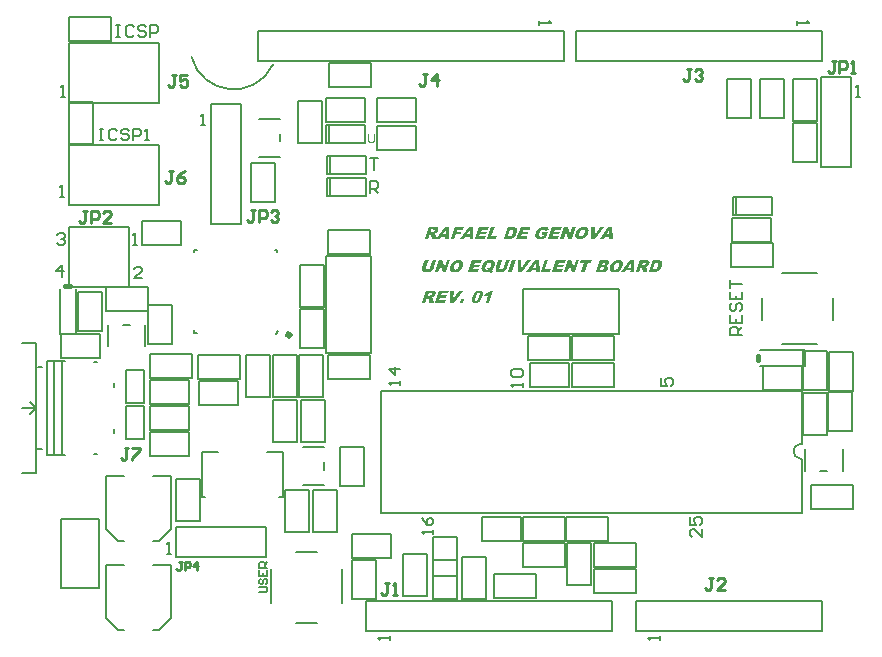
<source format=gto>
G04*
G04 #@! TF.GenerationSoftware,Altium Limited,Altium Designer,20.1.14 (287)*
G04*
G04 Layer_Color=65535*
%FSLAX44Y44*%
%MOMM*%
G71*
G04*
G04 #@! TF.SameCoordinates,62FEBE6E-F3EC-4242-810F-CB492347D0CA*
G04*
G04*
G04 #@! TF.FilePolarity,Positive*
G04*
G01*
G75*
%ADD10C,0.2000*%
%ADD11C,0.5000*%
%ADD12C,0.4000*%
%ADD13C,0.1000*%
%ADD14C,0.2540*%
G36*
X339085Y290244D02*
X335671D01*
X335281Y300387D01*
X338558D01*
X338383Y293072D01*
X343104Y300387D01*
X346283D01*
X339085Y290244D01*
D02*
G37*
G36*
X368697D02*
X365849D01*
X368131Y296993D01*
X368092Y296973D01*
X367995Y296915D01*
X367819Y296817D01*
X367605Y296681D01*
X367351Y296544D01*
X367078Y296408D01*
X366512Y296135D01*
X366473Y296115D01*
X366376Y296076D01*
X366220Y296018D01*
X366005Y295940D01*
X365732Y295842D01*
X365420Y295745D01*
X365069Y295647D01*
X364679Y295530D01*
X365459Y297832D01*
X365478D01*
X365537Y297851D01*
X365615Y297871D01*
X365732Y297910D01*
X365868Y297949D01*
X366025Y298007D01*
X366395Y298144D01*
X366805Y298300D01*
X367234Y298476D01*
X367663Y298690D01*
X368073Y298924D01*
X368092D01*
X368112Y298963D01*
X368170Y298983D01*
X368248Y299041D01*
X368443Y299178D01*
X368677Y299373D01*
X368951Y299607D01*
X369263Y299900D01*
X369575Y300212D01*
X369868Y300563D01*
X372189D01*
X368697Y290244D01*
D02*
G37*
G36*
X346712D02*
X343708D01*
X344664Y293072D01*
X347668D01*
X346712Y290244D01*
D02*
G37*
G36*
X333740Y298222D02*
X328493D01*
X327927Y296603D01*
X332804D01*
X332102Y294535D01*
X327225D01*
X326562Y292545D01*
X331965D01*
X331185Y290244D01*
X322641D01*
X326074Y300387D01*
X334462D01*
X333740Y298222D01*
D02*
G37*
G36*
X320826Y300368D02*
X321138Y300348D01*
X321490Y300329D01*
X321841Y300290D01*
X322172Y300212D01*
X322465Y300134D01*
X322504Y300114D01*
X322582Y300075D01*
X322699Y300017D01*
X322836Y299919D01*
X322992Y299802D01*
X323148Y299627D01*
X323284Y299431D01*
X323382Y299197D01*
X323401Y299158D01*
X323421Y299080D01*
X323440Y298944D01*
X323460Y298749D01*
X323479Y298515D01*
X323460Y298222D01*
X323401Y297910D01*
X323304Y297559D01*
X323284Y297520D01*
X323245Y297422D01*
X323187Y297266D01*
X323089Y297071D01*
X322972Y296837D01*
X322816Y296583D01*
X322641Y296330D01*
X322445Y296096D01*
X322426Y296076D01*
X322348Y295998D01*
X322231Y295881D01*
X322075Y295745D01*
X321880Y295588D01*
X321646Y295413D01*
X321392Y295257D01*
X321119Y295101D01*
X321100D01*
X321041Y295062D01*
X320924Y295023D01*
X320787Y294964D01*
X320592Y294906D01*
X320378Y294847D01*
X320144Y294769D01*
X319870Y294711D01*
X319890D01*
X319949Y294672D01*
X320027Y294633D01*
X320144Y294594D01*
X320358Y294477D01*
X320475Y294399D01*
X320553Y294340D01*
X320573Y294321D01*
X320651Y294223D01*
X320690Y294145D01*
X320748Y294048D01*
X320807Y293930D01*
X320865Y293794D01*
Y293774D01*
X320904Y293735D01*
X320924Y293657D01*
X320963Y293560D01*
X321041Y293365D01*
X321100Y293170D01*
X321646Y290244D01*
X318095D01*
X317452Y293326D01*
Y293345D01*
X317432Y293423D01*
X317413Y293521D01*
X317374Y293657D01*
X317296Y293911D01*
X317237Y294028D01*
X317159Y294106D01*
X317139Y294125D01*
X317120Y294145D01*
X317062Y294184D01*
X316984Y294242D01*
X316886Y294282D01*
X316749Y294321D01*
X316613Y294340D01*
X316457Y294360D01*
X316184D01*
X314799Y290244D01*
X311658D01*
X315091Y300387D01*
X320670D01*
X320826Y300368D01*
D02*
G37*
G36*
X360933Y300543D02*
X361167Y300524D01*
X361421Y300504D01*
X361674Y300465D01*
X361928Y300387D01*
X362162Y300309D01*
X362182Y300290D01*
X362260Y300270D01*
X362357Y300212D01*
X362494Y300134D01*
X362767Y299919D01*
X362903Y299802D01*
X363021Y299646D01*
X363040Y299627D01*
X363060Y299568D01*
X363118Y299490D01*
X363176Y299392D01*
X363235Y299256D01*
X363294Y299119D01*
X363372Y298788D01*
Y298768D01*
X363391Y298710D01*
Y298612D01*
X363411Y298495D01*
X363430Y298339D01*
Y298164D01*
Y297968D01*
X363411Y297754D01*
Y297734D01*
Y297695D01*
X363391Y297637D01*
Y297559D01*
X363372Y297461D01*
X363352Y297325D01*
X363313Y297032D01*
X363235Y296681D01*
X363157Y296271D01*
X363040Y295842D01*
X362884Y295374D01*
X362864Y295335D01*
X362845Y295257D01*
X362786Y295120D01*
X362708Y294925D01*
X362630Y294691D01*
X362513Y294438D01*
X362396Y294145D01*
X362240Y293833D01*
X361908Y293189D01*
X361518Y292506D01*
X361304Y292194D01*
X361070Y291882D01*
X360836Y291590D01*
X360582Y291336D01*
X360563Y291317D01*
X360523Y291277D01*
X360446Y291219D01*
X360328Y291141D01*
X360192Y291043D01*
X360036Y290926D01*
X359841Y290829D01*
X359607Y290712D01*
X359373Y290575D01*
X359100Y290478D01*
X358787Y290361D01*
X358475Y290263D01*
X358124Y290185D01*
X357753Y290126D01*
X357344Y290088D01*
X356934Y290068D01*
X356720D01*
X356505Y290088D01*
X356212Y290126D01*
X355900Y290166D01*
X355588Y290224D01*
X355276Y290322D01*
X355003Y290458D01*
X354983Y290478D01*
X354906Y290536D01*
X354788Y290634D01*
X354652Y290770D01*
X354515Y290926D01*
X354359Y291141D01*
X354223Y291395D01*
X354125Y291668D01*
Y291687D01*
X354106Y291765D01*
X354086Y291902D01*
X354047Y292077D01*
X354028Y292292D01*
Y292545D01*
Y292857D01*
X354067Y293189D01*
Y293209D01*
Y293228D01*
X354086Y293287D01*
Y293365D01*
X354125Y293560D01*
X354184Y293833D01*
X354262Y294145D01*
X354359Y294516D01*
X354476Y294925D01*
X354613Y295354D01*
X354632Y295394D01*
X354652Y295491D01*
X354710Y295628D01*
X354788Y295823D01*
X354886Y296057D01*
X355003Y296330D01*
X355120Y296622D01*
X355276Y296935D01*
X355627Y297617D01*
X356037Y298281D01*
X356271Y298593D01*
X356505Y298885D01*
X356759Y299158D01*
X357012Y299392D01*
X357032Y299412D01*
X357071Y299451D01*
X357168Y299510D01*
X357266Y299568D01*
X357422Y299666D01*
X357578Y299763D01*
X357773Y299861D01*
X358007Y299978D01*
X358241Y300095D01*
X358514Y300192D01*
X358807Y300290D01*
X359119Y300387D01*
X359470Y300446D01*
X359821Y300504D01*
X360192Y300543D01*
X360582Y300563D01*
X360758D01*
X360933Y300543D01*
D02*
G37*
G36*
X441781Y316151D02*
X438836D01*
X436924Y321730D01*
X435032Y316151D01*
X432086D01*
X435520Y326295D01*
X438446D01*
X440357Y320657D01*
X442269Y326295D01*
X445215D01*
X441781Y316151D01*
D02*
G37*
G36*
X332405Y316151D02*
X329459D01*
X327547Y321730D01*
X325655Y316151D01*
X322710D01*
X326143Y326295D01*
X329069D01*
X330980Y320657D01*
X332892Y326295D01*
X335838D01*
X332405Y316151D01*
D02*
G37*
G36*
X396583Y316151D02*
X393170D01*
X392779Y326295D01*
X396057D01*
X395881Y318979D01*
X400602Y326295D01*
X403781D01*
X396583Y316151D01*
D02*
G37*
G36*
X384157Y320247D02*
X384138Y320208D01*
X384099Y320091D01*
X384021Y319916D01*
X383943Y319701D01*
X383806Y319448D01*
X383670Y319155D01*
X383494Y318862D01*
X383299Y318550D01*
X383279Y318511D01*
X383201Y318414D01*
X383084Y318258D01*
X382928Y318082D01*
X382733Y317848D01*
X382499Y317614D01*
X382245Y317380D01*
X381953Y317146D01*
X381914Y317126D01*
X381816Y317048D01*
X381660Y316951D01*
X381465Y316814D01*
X381231Y316678D01*
X380958Y316541D01*
X380685Y316404D01*
X380412Y316307D01*
X380392D01*
X380373Y316287D01*
X380314Y316268D01*
X380236Y316248D01*
X380139Y316229D01*
X380022Y316210D01*
X379729Y316151D01*
X379397Y316073D01*
X378988Y316034D01*
X378559Y315995D01*
X378090Y315975D01*
X377817D01*
X377622Y315995D01*
X377388D01*
X377115Y316014D01*
X376822Y316034D01*
X376510Y316073D01*
X376471D01*
X376374Y316092D01*
X376218Y316112D01*
X376023Y316170D01*
X375828Y316210D01*
X375593Y316287D01*
X375379Y316385D01*
X375184Y316483D01*
X375164Y316502D01*
X375106Y316541D01*
X375028Y316619D01*
X374911Y316717D01*
X374794Y316834D01*
X374657Y316990D01*
X374540Y317165D01*
X374423Y317360D01*
X374403Y317380D01*
X374384Y317458D01*
X374325Y317575D01*
X374286Y317712D01*
X374228Y317887D01*
X374189Y318102D01*
X374150Y318316D01*
Y318531D01*
Y318550D01*
Y318570D01*
X374170Y318687D01*
Y318882D01*
X374208Y319097D01*
X374248Y319370D01*
X374286Y319662D01*
X374365Y319955D01*
X374443Y320247D01*
X376491Y326295D01*
X379612D01*
X377505Y320091D01*
X377486Y320052D01*
X377466Y319955D01*
X377427Y319799D01*
X377408Y319623D01*
X377388Y319409D01*
X377408Y319194D01*
X377447Y318979D01*
X377525Y318784D01*
X377544Y318765D01*
X377583Y318706D01*
X377661Y318648D01*
X377778Y318570D01*
X377934Y318472D01*
X378129Y318414D01*
X378363Y318355D01*
X378656Y318336D01*
X378793D01*
X378949Y318355D01*
X379144Y318394D01*
X379358Y318453D01*
X379593Y318531D01*
X379846Y318628D01*
X380080Y318784D01*
X380100Y318804D01*
X380178Y318862D01*
X380295Y318979D01*
X380431Y319116D01*
X380568Y319311D01*
X380724Y319526D01*
X380860Y319799D01*
X380978Y320091D01*
X383084Y326295D01*
X386205Y326295D01*
X384157Y320247D01*
D02*
G37*
G36*
X322007D02*
X321988Y320208D01*
X321949Y320091D01*
X321871Y319916D01*
X321793Y319701D01*
X321656Y319448D01*
X321520Y319155D01*
X321344Y318862D01*
X321149Y318550D01*
X321129Y318511D01*
X321051Y318414D01*
X320934Y318258D01*
X320778Y318082D01*
X320583Y317848D01*
X320349Y317614D01*
X320095Y317380D01*
X319803Y317146D01*
X319764Y317126D01*
X319666Y317048D01*
X319510Y316951D01*
X319315Y316814D01*
X319081Y316678D01*
X318808Y316541D01*
X318535Y316404D01*
X318262Y316307D01*
X318242D01*
X318223Y316287D01*
X318164Y316268D01*
X318086Y316248D01*
X317989Y316229D01*
X317872Y316210D01*
X317579Y316151D01*
X317247Y316073D01*
X316838Y316034D01*
X316409Y315995D01*
X315940Y315975D01*
X315667D01*
X315472Y315995D01*
X315238D01*
X314965Y316014D01*
X314673Y316034D01*
X314360Y316073D01*
X314321D01*
X314224Y316092D01*
X314068Y316112D01*
X313873Y316170D01*
X313678Y316210D01*
X313444Y316287D01*
X313229Y316385D01*
X313034Y316483D01*
X313014Y316502D01*
X312956Y316541D01*
X312878Y316619D01*
X312761Y316717D01*
X312644Y316834D01*
X312507Y316990D01*
X312390Y317165D01*
X312273Y317360D01*
X312254Y317380D01*
X312234Y317458D01*
X312176Y317575D01*
X312137Y317712D01*
X312078Y317887D01*
X312039Y318102D01*
X312000Y318316D01*
Y318531D01*
Y318550D01*
Y318570D01*
X312020Y318687D01*
Y318882D01*
X312059Y319097D01*
X312097Y319370D01*
X312137Y319662D01*
X312215Y319955D01*
X312293Y320247D01*
X314341Y326295D01*
X317462D01*
X315355Y320091D01*
X315336Y320052D01*
X315316Y319955D01*
X315277Y319799D01*
X315258Y319623D01*
X315238Y319409D01*
X315258Y319194D01*
X315297Y318979D01*
X315375Y318784D01*
X315394Y318765D01*
X315433Y318706D01*
X315511Y318648D01*
X315628Y318570D01*
X315784Y318472D01*
X315979Y318414D01*
X316214Y318355D01*
X316506Y318336D01*
X316643D01*
X316799Y318355D01*
X316994Y318394D01*
X317208Y318453D01*
X317442Y318531D01*
X317696Y318628D01*
X317930Y318784D01*
X317950Y318804D01*
X318028Y318862D01*
X318145Y318979D01*
X318281Y319116D01*
X318418Y319311D01*
X318574Y319526D01*
X318710Y319799D01*
X318827Y320091D01*
X320934Y326295D01*
X324055D01*
X322007Y320247D01*
D02*
G37*
G36*
X512163Y326275D02*
X512280D01*
X512593Y326256D01*
X512944Y326197D01*
X513295Y326139D01*
X513626Y326041D01*
X513919Y325905D01*
X513958Y325885D01*
X514036Y325846D01*
X514173Y325748D01*
X514329Y325631D01*
X514485Y325475D01*
X514660Y325300D01*
X514816Y325085D01*
X514953Y324832D01*
X514972Y324793D01*
X514992Y324715D01*
X515051Y324559D01*
X515109Y324383D01*
X515148Y324129D01*
X515187Y323856D01*
X515206Y323544D01*
Y323213D01*
Y323193D01*
Y323173D01*
X515187Y323056D01*
X515168Y322861D01*
X515129Y322608D01*
X515070Y322315D01*
X514992Y321984D01*
X514894Y321632D01*
X514777Y321242D01*
Y321223D01*
X514758Y321164D01*
X514719Y321086D01*
X514680Y320969D01*
X514621Y320833D01*
X514563Y320677D01*
X514426Y320326D01*
X514231Y319916D01*
X514036Y319506D01*
X513802Y319097D01*
X513548Y318726D01*
X513509Y318687D01*
X513431Y318570D01*
X513295Y318414D01*
X513100Y318199D01*
X512885Y317965D01*
X512612Y317712D01*
X512319Y317458D01*
X512007Y317224D01*
X511968Y317204D01*
X511871Y317126D01*
X511695Y317029D01*
X511481Y316892D01*
X511227Y316756D01*
X510934Y316639D01*
X510642Y316522D01*
X510330Y316424D01*
X510310D01*
X510271Y316404D01*
X510213D01*
X510135Y316385D01*
X509920Y316346D01*
X509666Y316287D01*
X509354Y316229D01*
X509023Y316190D01*
X508691Y316171D01*
X508359Y316151D01*
X503717D01*
X507150Y326295D01*
X512046D01*
X512163Y326275D01*
D02*
G37*
G36*
X501864D02*
X502176Y326256D01*
X502527Y326236D01*
X502878Y326197D01*
X503210Y326119D01*
X503502Y326041D01*
X503541Y326022D01*
X503619Y325983D01*
X503736Y325924D01*
X503873Y325826D01*
X504029Y325709D01*
X504185Y325534D01*
X504322Y325339D01*
X504419Y325105D01*
X504439Y325066D01*
X504458Y324988D01*
X504478Y324851D01*
X504497Y324656D01*
X504517Y324422D01*
X504497Y324129D01*
X504439Y323817D01*
X504341Y323466D01*
X504322Y323427D01*
X504282Y323330D01*
X504224Y323173D01*
X504126Y322979D01*
X504009Y322744D01*
X503853Y322491D01*
X503678Y322237D01*
X503483Y322003D01*
X503463Y321984D01*
X503385Y321906D01*
X503268Y321788D01*
X503112Y321652D01*
X502917Y321496D01*
X502683Y321320D01*
X502429Y321164D01*
X502156Y321008D01*
X502137D01*
X502078Y320969D01*
X501961Y320930D01*
X501825Y320872D01*
X501629Y320813D01*
X501415Y320755D01*
X501181Y320677D01*
X500908Y320618D01*
X500927D01*
X500986Y320579D01*
X501064Y320540D01*
X501181Y320501D01*
X501395Y320384D01*
X501512Y320306D01*
X501590Y320247D01*
X501610Y320228D01*
X501688Y320130D01*
X501727Y320052D01*
X501786Y319955D01*
X501844Y319838D01*
X501903Y319701D01*
Y319682D01*
X501942Y319643D01*
X501961Y319565D01*
X502000Y319467D01*
X502078Y319272D01*
X502137Y319077D01*
X502683Y316151D01*
X499133D01*
X498489Y319233D01*
Y319253D01*
X498469Y319331D01*
X498450Y319428D01*
X498411Y319565D01*
X498333Y319818D01*
X498274Y319935D01*
X498196Y320013D01*
X498177Y320033D01*
X498157Y320052D01*
X498099Y320091D01*
X498021Y320150D01*
X497923Y320189D01*
X497787Y320228D01*
X497650Y320247D01*
X497494Y320267D01*
X497221D01*
X495836Y316151D01*
X492695D01*
X496129Y326295D01*
X501707D01*
X501864Y326275D01*
D02*
G37*
G36*
X491642Y316151D02*
X488345D01*
X488423Y317829D01*
X484873D01*
X483780Y316151D01*
X480601D01*
X487838Y326295D01*
X491271D01*
X491642Y316151D01*
D02*
G37*
G36*
X468370Y326275D02*
X468487D01*
X468623Y326256D01*
X468935Y326197D01*
X469267Y326119D01*
X469599Y325983D01*
X469891Y325807D01*
X470008Y325690D01*
X470125Y325553D01*
X470145Y325514D01*
X470203Y325417D01*
X470281Y325261D01*
X470359Y325066D01*
X470418Y324793D01*
X470438Y324500D01*
X470398Y324149D01*
X470359Y323954D01*
X470301Y323759D01*
X470281Y323720D01*
X470242Y323603D01*
X470164Y323447D01*
X470067Y323232D01*
X469911Y322998D01*
X469735Y322725D01*
X469501Y322471D01*
X469228Y322218D01*
X469208Y322198D01*
X469131Y322140D01*
X469013Y322062D01*
X468857Y321964D01*
X468682Y321867D01*
X468448Y321749D01*
X468194Y321632D01*
X467902Y321535D01*
X467921D01*
X467941Y321515D01*
X468058Y321476D01*
X468233Y321418D01*
X468428Y321320D01*
X468662Y321203D01*
X468857Y321047D01*
X469053Y320852D01*
X469189Y320638D01*
X469208Y320618D01*
X469228Y320521D01*
X469267Y320384D01*
X469306Y320189D01*
X469326Y319955D01*
X469306Y319682D01*
X469267Y319370D01*
X469170Y319018D01*
X469150Y318979D01*
X469111Y318882D01*
X469053Y318745D01*
X468955Y318550D01*
X468838Y318336D01*
X468701Y318082D01*
X468526Y317848D01*
X468311Y317595D01*
X468292Y317575D01*
X468214Y317497D01*
X468097Y317380D01*
X467941Y317243D01*
X467746Y317087D01*
X467511Y316912D01*
X467258Y316756D01*
X466985Y316619D01*
X466965D01*
X466887Y316580D01*
X466790Y316541D01*
X466634Y316483D01*
X466458Y316444D01*
X466224Y316385D01*
X465970Y316327D01*
X465678Y316287D01*
X465639D01*
X465580Y316268D01*
X465502D01*
X465307Y316248D01*
X465073Y316229D01*
X464839Y316190D01*
X464605Y316171D01*
X464390Y316151D01*
X458831D01*
X462264Y326295D01*
X468272D01*
X468370Y326275D01*
D02*
G37*
G36*
X455280Y323798D02*
X452081D01*
X449487Y316151D01*
X446346D01*
X448941Y323798D01*
X445741D01*
X446580Y326295D01*
X456119D01*
X455280Y323798D01*
D02*
G37*
G36*
X432945Y324129D02*
X427697D01*
X427132Y322510D01*
X432008D01*
X431306Y320443D01*
X426429D01*
X425766Y318453D01*
X431170D01*
X430389Y316151D01*
X421845D01*
X425278Y326295D01*
X433666D01*
X432945Y324129D01*
D02*
G37*
G36*
X416383Y318648D02*
X421260D01*
X420421Y316151D01*
X412404D01*
X415837Y326295D01*
X418978D01*
X416383Y318648D01*
D02*
G37*
G36*
X411389Y316151D02*
X408092D01*
X408171Y317829D01*
X404620D01*
X403528Y316151D01*
X400348D01*
X407585Y326295D01*
X411019D01*
X411389Y316151D01*
D02*
G37*
G36*
X388117D02*
X384976D01*
X388410Y326295D01*
X391550D01*
X388117Y316151D01*
D02*
G37*
G36*
X362114Y324129D02*
X356867D01*
X356301Y322510D01*
X361178D01*
X360475Y320443D01*
X355599D01*
X354935Y318453D01*
X360339D01*
X359559Y316151D01*
X351014D01*
X354448Y326295D01*
X362836D01*
X362114Y324129D01*
D02*
G37*
G36*
X478591Y326451D02*
X478806Y326431D01*
X479040Y326392D01*
X479294Y326353D01*
X479567Y326295D01*
X479840Y326236D01*
X480133Y326139D01*
X480425Y326022D01*
X480698Y325905D01*
X480971Y325729D01*
X481205Y325553D01*
X481420Y325339D01*
X481615Y325105D01*
X481635Y325085D01*
X481654Y325046D01*
X481693Y324968D01*
X481752Y324851D01*
X481810Y324715D01*
X481869Y324539D01*
X481927Y324344D01*
X481966Y324110D01*
X482005Y323856D01*
X482044Y323564D01*
Y323252D01*
Y322920D01*
X482005Y322549D01*
X481927Y322159D01*
X481830Y321730D01*
X481693Y321281D01*
Y321262D01*
X481674Y321203D01*
X481635Y321106D01*
X481576Y320989D01*
X481518Y320833D01*
X481459Y320657D01*
X481362Y320462D01*
X481264Y320247D01*
X481030Y319779D01*
X480757Y319292D01*
X480445Y318804D01*
X480094Y318355D01*
X480074Y318336D01*
X480055Y318297D01*
X479996Y318238D01*
X479918Y318160D01*
X479723Y317965D01*
X479430Y317712D01*
X479099Y317438D01*
X478708Y317146D01*
X478260Y316853D01*
X477772Y316600D01*
X477753D01*
X477714Y316580D01*
X477636Y316541D01*
X477538Y316502D01*
X477402Y316463D01*
X477265Y316404D01*
X477089Y316346D01*
X476894Y316287D01*
X476680Y316229D01*
X476446Y316171D01*
X475919Y316073D01*
X475353Y315995D01*
X474729Y315975D01*
X474456D01*
X474300Y315995D01*
X474144Y316014D01*
X473754Y316053D01*
X473325Y316112D01*
X472895Y316210D01*
X472466Y316346D01*
X472076Y316522D01*
X472057D01*
X472037Y316541D01*
X471920Y316619D01*
X471764Y316756D01*
X471569Y316951D01*
X471374Y317185D01*
X471159Y317477D01*
X470984Y317829D01*
X470847Y318238D01*
Y318258D01*
X470828Y318297D01*
Y318355D01*
X470808Y318453D01*
X470789Y318570D01*
Y318706D01*
Y318862D01*
X470769Y319058D01*
X470789Y319253D01*
Y319487D01*
X470847Y319994D01*
X470964Y320560D01*
X471062Y320872D01*
X471159Y321203D01*
X471179Y321223D01*
X471198Y321320D01*
X471257Y321437D01*
X471315Y321613D01*
X471413Y321828D01*
X471530Y322062D01*
X471647Y322335D01*
X471803Y322627D01*
X471979Y322939D01*
X472193Y323252D01*
X472408Y323564D01*
X472642Y323895D01*
X472915Y324207D01*
X473208Y324520D01*
X473520Y324812D01*
X473851Y325085D01*
X473871Y325105D01*
X473929Y325144D01*
X474046Y325222D01*
X474183Y325300D01*
X474358Y325397D01*
X474573Y325514D01*
X474807Y325651D01*
X475080Y325788D01*
X475392Y325905D01*
X475724Y326041D01*
X476075Y326158D01*
X476465Y326256D01*
X476855Y326334D01*
X477285Y326412D01*
X477733Y326451D01*
X478182Y326470D01*
X478416D01*
X478591Y326451D01*
D02*
G37*
G36*
X343251Y326451D02*
X343465Y326431D01*
X343699Y326392D01*
X343953Y326353D01*
X344226Y326295D01*
X344499Y326236D01*
X344792Y326139D01*
X345084Y326022D01*
X345357Y325905D01*
X345630Y325729D01*
X345864Y325553D01*
X346079Y325339D01*
X346274Y325105D01*
X346294Y325085D01*
X346313Y325046D01*
X346352Y324968D01*
X346411Y324851D01*
X346469Y324715D01*
X346528Y324539D01*
X346586Y324344D01*
X346625Y324110D01*
X346664Y323856D01*
X346703Y323564D01*
Y323252D01*
Y322920D01*
X346664Y322549D01*
X346586Y322159D01*
X346489Y321730D01*
X346352Y321281D01*
Y321262D01*
X346333Y321203D01*
X346294Y321106D01*
X346235Y320989D01*
X346177Y320833D01*
X346118Y320657D01*
X346021Y320462D01*
X345923Y320247D01*
X345689Y319779D01*
X345416Y319292D01*
X345104Y318804D01*
X344753Y318355D01*
X344733Y318336D01*
X344714Y318297D01*
X344655Y318238D01*
X344577Y318160D01*
X344382Y317965D01*
X344089Y317712D01*
X343758Y317438D01*
X343368Y317146D01*
X342919Y316853D01*
X342431Y316600D01*
X342412D01*
X342373Y316580D01*
X342295Y316541D01*
X342197Y316502D01*
X342061Y316463D01*
X341924Y316404D01*
X341749Y316346D01*
X341553Y316287D01*
X341339Y316229D01*
X341105Y316170D01*
X340578Y316073D01*
X340012Y315995D01*
X339388Y315975D01*
X339115D01*
X338959Y315995D01*
X338803Y316014D01*
X338413Y316053D01*
X337984Y316112D01*
X337554Y316210D01*
X337125Y316346D01*
X336735Y316522D01*
X336716D01*
X336696Y316541D01*
X336579Y316619D01*
X336423Y316756D01*
X336228Y316951D01*
X336033Y317185D01*
X335818Y317477D01*
X335643Y317829D01*
X335506Y318238D01*
Y318258D01*
X335487Y318297D01*
Y318355D01*
X335467Y318453D01*
X335448Y318570D01*
Y318706D01*
Y318862D01*
X335428Y319058D01*
X335448Y319253D01*
Y319487D01*
X335506Y319994D01*
X335623Y320560D01*
X335721Y320872D01*
X335818Y321203D01*
X335838Y321223D01*
X335857Y321320D01*
X335916Y321437D01*
X335974Y321613D01*
X336072Y321828D01*
X336189Y322062D01*
X336306Y322335D01*
X336462Y322627D01*
X336638Y322939D01*
X336852Y323252D01*
X337067Y323564D01*
X337301Y323895D01*
X337574Y324207D01*
X337867Y324520D01*
X338179Y324812D01*
X338510Y325085D01*
X338530Y325105D01*
X338588Y325144D01*
X338705Y325222D01*
X338842Y325300D01*
X339017Y325397D01*
X339232Y325514D01*
X339466Y325651D01*
X339739Y325788D01*
X340051Y325905D01*
X340383Y326041D01*
X340734Y326158D01*
X341124Y326256D01*
X341514Y326334D01*
X341944Y326412D01*
X342392Y326451D01*
X342841Y326470D01*
X343075D01*
X343251Y326451D01*
D02*
G37*
G36*
X369995D02*
X370190Y326431D01*
X370424Y326392D01*
X370678Y326353D01*
X370951Y326295D01*
X371243Y326236D01*
X371536Y326139D01*
X371809Y326022D01*
X372102Y325905D01*
X372355Y325729D01*
X372609Y325553D01*
X372823Y325339D01*
X373018Y325105D01*
X373038Y325085D01*
X373058Y325046D01*
X373097Y324968D01*
X373155Y324851D01*
X373214Y324715D01*
X373272Y324539D01*
X373311Y324344D01*
X373370Y324110D01*
X373409Y323856D01*
X373428Y323564D01*
X373448Y323232D01*
X373428Y322900D01*
X373389Y322510D01*
X373331Y322120D01*
X373214Y321691D01*
X373077Y321223D01*
Y321203D01*
X373038Y321125D01*
X372999Y321008D01*
X372940Y320852D01*
X372863Y320657D01*
X372745Y320443D01*
X372628Y320189D01*
X372492Y319916D01*
X372180Y319350D01*
X371770Y318745D01*
X371282Y318160D01*
X371029Y317868D01*
X370736Y317614D01*
X370756Y317595D01*
X370814Y317555D01*
X370892Y317477D01*
X370990Y317399D01*
X371185Y317224D01*
X371263Y317165D01*
X371341Y317107D01*
X371360D01*
X371380Y317087D01*
X371497Y317009D01*
X371692Y316892D01*
X371946Y316756D01*
X370483Y315000D01*
X370463Y315019D01*
X370385Y315058D01*
X370288Y315137D01*
X370131Y315215D01*
X369975Y315332D01*
X369800Y315468D01*
X369429Y315761D01*
X369410Y315780D01*
X369351Y315839D01*
X369273Y315917D01*
X369156Y316014D01*
X368941Y316229D01*
X368825Y316327D01*
X368746Y316424D01*
X368727D01*
X368688Y316404D01*
X368629Y316385D01*
X368532Y316346D01*
X368415Y316327D01*
X368298Y316287D01*
X368142Y316248D01*
X367966Y316210D01*
X367556Y316112D01*
X367088Y316053D01*
X366562Y315995D01*
X365996Y315975D01*
X365781D01*
X365625Y315995D01*
X365430Y316014D01*
X365216Y316034D01*
X364982Y316073D01*
X364728Y316131D01*
X364201Y316268D01*
X363928Y316366D01*
X363655Y316483D01*
X363401Y316619D01*
X363167Y316775D01*
X362953Y316951D01*
X362758Y317165D01*
X362738Y317185D01*
X362719Y317224D01*
X362660Y317321D01*
X362602Y317438D01*
X362524Y317575D01*
X362465Y317750D01*
X362387Y317965D01*
X362329Y318199D01*
X362270Y318472D01*
X362231Y318765D01*
X362211Y319097D01*
Y319467D01*
X362231Y319857D01*
X362309Y320267D01*
X362407Y320716D01*
X362543Y321184D01*
X362563Y321203D01*
X362582Y321301D01*
X362641Y321418D01*
X362699Y321593D01*
X362797Y321808D01*
X362914Y322042D01*
X363050Y322315D01*
X363206Y322608D01*
X363382Y322920D01*
X363577Y323232D01*
X363811Y323544D01*
X364045Y323876D01*
X364318Y324188D01*
X364611Y324500D01*
X364923Y324793D01*
X365255Y325066D01*
X365274Y325085D01*
X365333Y325124D01*
X365450Y325202D01*
X365586Y325280D01*
X365762Y325397D01*
X365976Y325514D01*
X366211Y325631D01*
X366484Y325768D01*
X366796Y325905D01*
X367127Y326022D01*
X367478Y326139D01*
X367869Y326256D01*
X368259Y326334D01*
X368688Y326412D01*
X369137Y326451D01*
X369585Y326470D01*
X369819D01*
X369995Y326451D01*
D02*
G37*
G36*
X415964Y354475D02*
X416335Y354456D01*
X416725Y354417D01*
X417115Y354358D01*
X417486Y354280D01*
X417661Y354241D01*
X417798Y354183D01*
X417837Y354163D01*
X417915Y354124D01*
X418051Y354046D01*
X418208Y353949D01*
X418383Y353812D01*
X418559Y353656D01*
X418734Y353461D01*
X418871Y353227D01*
X418890Y353207D01*
X418929Y353110D01*
X418968Y352973D01*
X419027Y352798D01*
X419085Y352564D01*
X419124Y352291D01*
X419144Y351959D01*
Y351608D01*
X415945Y351081D01*
Y351101D01*
Y351179D01*
X415925Y351276D01*
X415906Y351413D01*
X415867Y351549D01*
X415789Y351686D01*
X415710Y351842D01*
X415593Y351959D01*
X415574Y351978D01*
X415535Y352018D01*
X415457Y352057D01*
X415340Y352115D01*
X415203Y352174D01*
X415028Y352232D01*
X414813Y352252D01*
X414560Y352271D01*
X414462D01*
X414384Y352252D01*
X414189Y352232D01*
X413935Y352174D01*
X413643Y352095D01*
X413331Y351959D01*
X412999Y351783D01*
X412667Y351549D01*
X412628Y351510D01*
X412531Y351413D01*
X412375Y351237D01*
X412180Y351003D01*
X411965Y350672D01*
X411731Y350281D01*
X411516Y349813D01*
X411399Y349560D01*
X411302Y349267D01*
Y349248D01*
X411282Y349189D01*
X411243Y349111D01*
X411224Y348994D01*
X411185Y348857D01*
X411146Y348721D01*
X411068Y348370D01*
X411009Y347980D01*
X410990Y347589D01*
X411009Y347238D01*
X411048Y347063D01*
X411107Y346926D01*
X411126Y346887D01*
X411185Y346809D01*
X411282Y346712D01*
X411438Y346575D01*
X411653Y346438D01*
X411907Y346341D01*
X412219Y346263D01*
X412609Y346224D01*
X412804D01*
X412940Y346243D01*
X413097Y346263D01*
X413272Y346282D01*
X413662Y346360D01*
X413682D01*
X413760Y346399D01*
X413877Y346438D01*
X414013Y346477D01*
X414208Y346555D01*
X414423Y346653D01*
X414657Y346750D01*
X414930Y346887D01*
X415262Y347862D01*
X413155D01*
X413857Y349969D01*
X418715D01*
X417252Y345619D01*
X417232Y345600D01*
X417174Y345580D01*
X417096Y345522D01*
X416959Y345463D01*
X416823Y345385D01*
X416647Y345307D01*
X416452Y345210D01*
X416237Y345112D01*
X415789Y344897D01*
X415301Y344683D01*
X414813Y344488D01*
X414345Y344332D01*
X414325D01*
X414286Y344312D01*
X414228Y344293D01*
X414131Y344273D01*
X414033Y344254D01*
X413896Y344234D01*
X413740Y344195D01*
X413565Y344176D01*
X413175Y344098D01*
X412726Y344058D01*
X412219Y344020D01*
X411692Y344000D01*
X411516D01*
X411399Y344020D01*
X411243D01*
X411068Y344039D01*
X410678Y344078D01*
X410229Y344156D01*
X409761Y344254D01*
X409332Y344410D01*
X409137Y344507D01*
X408941Y344605D01*
X408903Y344644D01*
X408805Y344722D01*
X408649Y344858D01*
X408454Y345073D01*
X408259Y345326D01*
X408083Y345639D01*
X407927Y346009D01*
X407810Y346438D01*
Y346458D01*
Y346497D01*
X407791Y346555D01*
Y346653D01*
X407771Y346770D01*
Y346907D01*
Y347063D01*
Y347258D01*
X407791Y347667D01*
X407869Y348135D01*
X407966Y348682D01*
X408142Y349248D01*
Y349267D01*
X408161Y349325D01*
X408200Y349403D01*
X408239Y349521D01*
X408298Y349677D01*
X408376Y349833D01*
X408473Y350028D01*
X408571Y350223D01*
X408805Y350691D01*
X409078Y351159D01*
X409410Y351666D01*
X409800Y352135D01*
X409819Y352154D01*
X409858Y352193D01*
X409917Y352252D01*
X409995Y352330D01*
X410112Y352447D01*
X410229Y352564D01*
X410385Y352681D01*
X410541Y352837D01*
X410931Y353129D01*
X411380Y353442D01*
X411907Y353734D01*
X412453Y353988D01*
X412472D01*
X412511Y354007D01*
X412570Y354027D01*
X412667Y354066D01*
X412785Y354105D01*
X412921Y354144D01*
X413077Y354202D01*
X413272Y354241D01*
X413467Y354280D01*
X413701Y354339D01*
X414189Y354417D01*
X414774Y354475D01*
X415398Y354495D01*
X415808D01*
X415964Y354475D01*
D02*
G37*
G36*
X438554Y344176D02*
X435608D01*
X433696Y349755D01*
X431804Y344176D01*
X428858D01*
X432292Y354319D01*
X435218D01*
X437130Y348682D01*
X439041Y354319D01*
X441987D01*
X438554Y344176D01*
D02*
G37*
G36*
X458665D02*
X455252D01*
X454861Y354319D01*
X458139D01*
X457963Y347004D01*
X462684Y354319D01*
X465864D01*
X458665Y344176D01*
D02*
G37*
G36*
X334990Y344176D02*
X331693D01*
X331771Y345853D01*
X328221D01*
X327128Y344176D01*
X323949D01*
D01*
X320437D01*
X319794Y347258D01*
Y347277D01*
X319774Y347355D01*
X319755Y347453D01*
X319716Y347589D01*
X319638Y347843D01*
X319579Y347960D01*
X319501Y348038D01*
X319482Y348058D01*
X319462Y348077D01*
X319403Y348116D01*
X319326Y348175D01*
X319228Y348214D01*
X319091Y348253D01*
X318955Y348272D01*
X318799Y348292D01*
X318526D01*
X317141Y344176D01*
X314000D01*
X317433Y354319D01*
X323012D01*
X323168Y354300D01*
X323480Y354280D01*
X323832Y354261D01*
X324183Y354222D01*
X324514Y354144D01*
X324807Y354066D01*
X324846Y354046D01*
X324924Y354007D01*
X325041Y353949D01*
X325178Y353851D01*
X325334Y353734D01*
X325490Y353559D01*
X325626Y353363D01*
X325724Y353129D01*
X325743Y353090D01*
X325763Y353012D01*
X325782Y352876D01*
X325802Y352681D01*
X325821Y352447D01*
X325802Y352154D01*
X325743Y351842D01*
X325646Y351491D01*
X325626Y351452D01*
X325587Y351354D01*
X325529Y351198D01*
X325431Y351003D01*
X325314Y350769D01*
X325158Y350515D01*
X324983Y350262D01*
X324787Y350028D01*
X324768Y350008D01*
X324690Y349930D01*
X324573Y349813D01*
X324417Y349677D01*
X324222Y349520D01*
X323988Y349345D01*
X323734Y349189D01*
X323461Y349033D01*
X323442D01*
X323383Y348994D01*
X323266Y348955D01*
X323129Y348896D01*
X322934Y348838D01*
X322720Y348779D01*
X322486Y348701D01*
X322212Y348643D01*
X322232D01*
X322291Y348604D01*
X322369Y348565D01*
X322486Y348526D01*
X322700Y348409D01*
X322817Y348331D01*
X322895Y348272D01*
X322915Y348253D01*
X322993Y348155D01*
X323032Y348077D01*
X323090Y347980D01*
X323149Y347862D01*
X323207Y347726D01*
Y347706D01*
X323246Y347667D01*
X323266Y347589D01*
X323305Y347492D01*
X323383Y347297D01*
X323442Y347102D01*
X323980Y344219D01*
X331186Y354319D01*
X334619D01*
X334990Y344176D01*
D02*
G37*
G36*
X473471Y344176D02*
X470175D01*
X470253Y345853D01*
X466702D01*
X465610Y344176D01*
X462430D01*
X469668Y354319D01*
X473101D01*
X473471Y344176D01*
D02*
G37*
G36*
X429717Y352154D02*
X424469D01*
X423904Y350535D01*
X428780D01*
X428078Y348467D01*
X423201D01*
X422538Y346477D01*
X427942D01*
X427161Y344176D01*
X418617D01*
X422050Y354319D01*
X430438D01*
X429717Y352154D01*
D02*
G37*
G36*
X402972D02*
X397725D01*
X397159Y350535D01*
X402036D01*
X401334Y348467D01*
X396457D01*
X395794Y346477D01*
X401197D01*
X400417Y344176D01*
X391873D01*
X395306Y354319D01*
X403694D01*
X402972Y352154D01*
D02*
G37*
G36*
X389337Y354300D02*
X389454D01*
X389766Y354280D01*
X390117Y354222D01*
X390468Y354163D01*
X390800Y354066D01*
X391092Y353929D01*
X391132Y353910D01*
X391209Y353871D01*
X391346Y353773D01*
X391502Y353656D01*
X391658Y353500D01*
X391834Y353325D01*
X391990Y353110D01*
X392126Y352856D01*
X392146Y352817D01*
X392165Y352739D01*
X392224Y352583D01*
X392282Y352408D01*
X392321Y352154D01*
X392360Y351881D01*
X392380Y351569D01*
Y351237D01*
Y351218D01*
Y351198D01*
X392360Y351081D01*
X392341Y350886D01*
X392302Y350633D01*
X392243Y350340D01*
X392165Y350008D01*
X392068Y349657D01*
X391951Y349267D01*
Y349248D01*
X391931Y349189D01*
X391892Y349111D01*
X391853Y348994D01*
X391795Y348857D01*
X391736Y348701D01*
X391600Y348350D01*
X391405Y347940D01*
X391209Y347531D01*
X390975Y347121D01*
X390722Y346750D01*
X390683Y346712D01*
X390605Y346595D01*
X390468Y346438D01*
X390273Y346224D01*
X390059Y345990D01*
X389785Y345736D01*
X389493Y345483D01*
X389181Y345248D01*
X389142Y345229D01*
X389044Y345151D01*
X388869Y345053D01*
X388654Y344917D01*
X388400Y344780D01*
X388108Y344663D01*
X387815Y344546D01*
X387503Y344449D01*
X387484D01*
X387445Y344429D01*
X387386D01*
X387308Y344410D01*
X387094Y344371D01*
X386840Y344312D01*
X386528Y344254D01*
X386196Y344215D01*
X385864Y344195D01*
X385533Y344176D01*
X380890D01*
X384324Y354319D01*
X389220Y354319D01*
X389337Y354300D01*
D02*
G37*
G36*
X370668Y346673D02*
X375545D01*
X374706Y344176D01*
X366689D01*
X370122Y354319D01*
X373263D01*
X370668Y346673D01*
D02*
G37*
G36*
X367567Y352154D02*
X362319D01*
X361754Y350535D01*
X366630D01*
X365928Y348467D01*
X361051D01*
X360388Y346477D01*
X365792D01*
X365011Y344176D01*
X356467D01*
X359900Y354319D01*
X368288D01*
X367567Y352154D01*
D02*
G37*
G36*
X355453Y344176D02*
X352156D01*
X352234Y345853D01*
X348684D01*
X347591Y344176D01*
X344412D01*
X351649Y354319D01*
X355082D01*
X355453Y344176D01*
D02*
G37*
G36*
X346460Y352135D02*
X341856D01*
X341252Y350359D01*
X345192D01*
X344509Y348311D01*
X340569D01*
X339164Y344176D01*
X336024D01*
X339457Y354319D01*
X347201D01*
X346460Y352135D01*
D02*
G37*
G36*
X449399Y354475D02*
X449614Y354456D01*
X449848Y354417D01*
X450102Y354378D01*
X450375Y354319D01*
X450648Y354261D01*
X450941Y354163D01*
X451233Y354046D01*
X451506Y353929D01*
X451779Y353754D01*
X452013Y353578D01*
X452228Y353363D01*
X452423Y353129D01*
X452443Y353110D01*
X452462Y353071D01*
X452501Y352993D01*
X452560Y352876D01*
X452618Y352739D01*
X452677Y352564D01*
X452735Y352369D01*
X452774Y352135D01*
X452813Y351881D01*
X452852Y351588D01*
Y351276D01*
Y350945D01*
X452813Y350574D01*
X452735Y350184D01*
X452638Y349755D01*
X452501Y349306D01*
Y349286D01*
X452482Y349228D01*
X452443Y349130D01*
X452384Y349013D01*
X452326Y348857D01*
X452267Y348682D01*
X452169Y348487D01*
X452072Y348272D01*
X451838Y347804D01*
X451565Y347316D01*
X451253Y346829D01*
X450901Y346380D01*
X450882Y346360D01*
X450863Y346321D01*
X450804Y346263D01*
X450726Y346185D01*
X450531Y345990D01*
X450238Y345736D01*
X449907Y345463D01*
X449516Y345171D01*
X449068Y344878D01*
X448580Y344624D01*
X448561D01*
X448522Y344605D01*
X448444Y344566D01*
X448346Y344527D01*
X448209Y344488D01*
X448073Y344429D01*
X447897Y344371D01*
X447702Y344312D01*
X447488Y344254D01*
X447254Y344195D01*
X446727Y344098D01*
X446161Y344020D01*
X445537Y344000D01*
X445264D01*
X445108Y344020D01*
X444952Y344039D01*
X444562Y344078D01*
X444132Y344137D01*
X443703Y344234D01*
X443274Y344371D01*
X442884Y344546D01*
X442865D01*
X442845Y344566D01*
X442728Y344644D01*
X442572Y344780D01*
X442377Y344975D01*
X442182Y345210D01*
X441967Y345502D01*
X441792Y345853D01*
X441655Y346263D01*
Y346282D01*
X441636Y346321D01*
Y346380D01*
X441616Y346477D01*
X441597Y346595D01*
Y346731D01*
Y346887D01*
X441577Y347082D01*
X441597Y347277D01*
Y347511D01*
X441655Y348018D01*
X441772Y348584D01*
X441870Y348896D01*
X441967Y349228D01*
X441987Y349248D01*
X442006Y349345D01*
X442065Y349462D01*
X442123Y349638D01*
X442221Y349852D01*
X442338Y350086D01*
X442455Y350359D01*
X442611Y350652D01*
X442786Y350964D01*
X443001Y351276D01*
X443216Y351588D01*
X443450Y351920D01*
X443723Y352232D01*
X444016Y352544D01*
X444328Y352837D01*
X444659Y353110D01*
X444679Y353129D01*
X444737Y353168D01*
X444854Y353246D01*
X444991Y353325D01*
X445166Y353422D01*
X445381Y353539D01*
X445615Y353676D01*
X445888Y353812D01*
X446200Y353929D01*
X446532Y354066D01*
X446883Y354183D01*
X447273Y354280D01*
X447663Y354358D01*
X448092Y354436D01*
X448541Y354475D01*
X448990Y354495D01*
X449224D01*
X449399Y354475D01*
D02*
G37*
%LPC*%
G36*
X318934Y298339D02*
X317549D01*
X316847Y296271D01*
X318271D01*
X318368Y296291D01*
X318486Y296310D01*
X318642Y296330D01*
X318817Y296369D01*
X319051Y296408D01*
X319071D01*
X319110Y296427D01*
X319168Y296447D01*
X319266Y296466D01*
X319461Y296564D01*
X319676Y296720D01*
X319695Y296740D01*
X319715Y296759D01*
X319773Y296817D01*
X319832Y296896D01*
X319968Y297071D01*
X320085Y297305D01*
Y297325D01*
X320105Y297383D01*
X320124Y297481D01*
X320144Y297578D01*
Y297715D01*
X320124Y297832D01*
X320085Y297949D01*
X320007Y298066D01*
X319988Y298085D01*
X319968Y298105D01*
X319890Y298144D01*
X319792Y298202D01*
X319656Y298261D01*
X319461Y298300D01*
X319227Y298319D01*
X318934Y298339D01*
D02*
G37*
G36*
X359841Y298690D02*
X359802D01*
X359724Y298671D01*
X359587Y298651D01*
X359431Y298593D01*
X359236Y298515D01*
X359021Y298378D01*
X358807Y298202D01*
X358592Y297968D01*
X358573Y297929D01*
X358495Y297832D01*
X358456Y297754D01*
X358378Y297637D01*
X358319Y297520D01*
X358241Y297383D01*
X358163Y297208D01*
X358066Y297013D01*
X357968Y296817D01*
X357851Y296564D01*
X357753Y296310D01*
X357636Y296018D01*
X357519Y295706D01*
X357402Y295354D01*
Y295335D01*
X357383Y295276D01*
X357344Y295179D01*
X357305Y295042D01*
X357246Y294886D01*
X357207Y294691D01*
X357090Y294301D01*
X356973Y293852D01*
X356876Y293404D01*
X356856Y293209D01*
X356837Y293014D01*
Y292838D01*
Y292701D01*
Y292663D01*
X356856Y292584D01*
X356895Y292487D01*
X356973Y292350D01*
X357071Y292214D01*
X357188Y292116D01*
X357363Y292038D01*
X357578Y291999D01*
X357656D01*
X357734Y292019D01*
X357851Y292038D01*
X357968Y292077D01*
X358105Y292116D01*
X358261Y292194D01*
X358417Y292292D01*
X358436Y292311D01*
X358495Y292350D01*
X358573Y292428D01*
X358670Y292526D01*
X358787Y292643D01*
X358924Y292819D01*
X359061Y292994D01*
X359197Y293228D01*
X359217Y293267D01*
X359256Y293345D01*
X359334Y293521D01*
X359451Y293735D01*
X359568Y294028D01*
X359704Y294379D01*
X359860Y294789D01*
X360036Y295276D01*
Y295296D01*
X360075Y295374D01*
X360094Y295471D01*
X360133Y295608D01*
X360192Y295764D01*
X360250Y295959D01*
X360368Y296369D01*
X360485Y296817D01*
X360563Y297266D01*
X360602Y297481D01*
X360621Y297676D01*
X360641Y297851D01*
X360621Y297988D01*
Y298027D01*
X360602Y298105D01*
X360563Y298202D01*
X360485Y298339D01*
X360387Y298476D01*
X360250Y298573D01*
X360075Y298651D01*
X359841Y298690D01*
D02*
G37*
G36*
X510505Y323993D02*
X509510D01*
X507638Y318453D01*
X508555D01*
X508730Y318472D01*
X508964D01*
X509198Y318511D01*
X509452Y318550D01*
X509686Y318589D01*
X509881Y318667D01*
X509901Y318687D01*
X509959Y318706D01*
X510057Y318765D01*
X510174Y318843D01*
X510310Y318941D01*
X510466Y319077D01*
X510622Y319233D01*
X510778Y319428D01*
X510798Y319448D01*
X510856Y319526D01*
X510934Y319662D01*
X511051Y319857D01*
X511169Y320091D01*
X511305Y320404D01*
X511461Y320755D01*
X511617Y321184D01*
Y321203D01*
X511637Y321262D01*
X511676Y321340D01*
X511695Y321437D01*
X511734Y321574D01*
X511773Y321730D01*
X511851Y322062D01*
X511910Y322432D01*
X511929Y322803D01*
X511910Y323134D01*
X511890Y323271D01*
X511832Y323388D01*
X511812Y323408D01*
X511773Y323486D01*
X511676Y323583D01*
X511520Y323700D01*
X511325Y323798D01*
X511051Y323895D01*
X510895Y323934D01*
X510720Y323973D01*
X510505Y323993D01*
D02*
G37*
G36*
X499971Y324246D02*
X498586D01*
X497884Y322179D01*
X499308D01*
X499406Y322198D01*
X499523Y322218D01*
X499679Y322237D01*
X499854Y322276D01*
X500088Y322315D01*
X500108D01*
X500147Y322335D01*
X500205Y322354D01*
X500303Y322374D01*
X500498Y322471D01*
X500713Y322627D01*
X500732Y322647D01*
X500752Y322666D01*
X500810Y322725D01*
X500869Y322803D01*
X501005Y322979D01*
X501122Y323213D01*
Y323232D01*
X501142Y323291D01*
X501161Y323388D01*
X501181Y323486D01*
Y323622D01*
X501161Y323739D01*
X501122Y323856D01*
X501044Y323973D01*
X501025Y323993D01*
X501005Y324012D01*
X500927Y324051D01*
X500830Y324110D01*
X500693Y324168D01*
X500498Y324207D01*
X500264Y324227D01*
X499971Y324246D01*
D02*
G37*
G36*
X488638Y323661D02*
X486277Y320013D01*
X488501D01*
X488638Y323661D01*
D02*
G37*
G36*
X466126Y324246D02*
X464741D01*
X464078Y322315D01*
X465561D01*
X465697Y322335D01*
X465853Y322354D01*
X466204Y322432D01*
X466380Y322491D01*
X466536Y322569D01*
X466556Y322588D01*
X466595Y322608D01*
X466673Y322666D01*
X466751Y322764D01*
X466848Y322861D01*
X466926Y322979D01*
X467024Y323134D01*
X467082Y323291D01*
Y323310D01*
X467102Y323369D01*
X467121Y323447D01*
X467141Y323544D01*
Y323661D01*
X467121Y323778D01*
X467082Y323895D01*
X467024Y323993D01*
Y324012D01*
X466985Y324032D01*
X466926Y324071D01*
X466848Y324129D01*
X466712Y324168D01*
X466556Y324207D01*
X466361Y324227D01*
X466126Y324246D01*
D02*
G37*
G36*
X465014Y320384D02*
X463415D01*
X462732Y318336D01*
X464449D01*
X464585Y318355D01*
X464780Y318375D01*
X464976Y318394D01*
X465190Y318453D01*
X465385Y318511D01*
X465561Y318609D01*
X465580Y318628D01*
X465639Y318667D01*
X465697Y318726D01*
X465795Y318823D01*
X465892Y318921D01*
X465990Y319058D01*
X466068Y319214D01*
X466146Y319389D01*
Y319409D01*
X466165Y319467D01*
X466185Y319545D01*
X466204Y319643D01*
Y319760D01*
X466185Y319877D01*
X466146Y319994D01*
X466068Y320111D01*
X466048Y320130D01*
X466029Y320150D01*
X465951Y320189D01*
X465853Y320247D01*
X465717Y320306D01*
X465522Y320345D01*
X465288Y320364D01*
X465014Y320384D01*
D02*
G37*
G36*
X408385Y323661D02*
X406025Y320013D01*
X408248D01*
X408385Y323661D01*
D02*
G37*
G36*
X477363Y324090D02*
X477323D01*
X477206Y324071D01*
X477031Y324051D01*
X476797Y324012D01*
X476524Y323915D01*
X476231Y323798D01*
X475919Y323642D01*
X475607Y323408D01*
X475568Y323369D01*
X475470Y323271D01*
X475334Y323115D01*
X475139Y322881D01*
X474924Y322569D01*
X474827Y322393D01*
X474710Y322198D01*
X474593Y321964D01*
X474495Y321730D01*
X474378Y321457D01*
X474280Y321184D01*
Y321164D01*
X474261Y321125D01*
X474241Y321047D01*
X474202Y320930D01*
X474183Y320813D01*
X474144Y320657D01*
X474066Y320326D01*
X474007Y319974D01*
X473988Y319604D01*
X474027Y319272D01*
X474046Y319116D01*
X474105Y318979D01*
X474124Y318960D01*
X474183Y318882D01*
X474261Y318765D01*
X474398Y318648D01*
X474593Y318531D01*
X474807Y318414D01*
X475100Y318336D01*
X475431Y318316D01*
X475529D01*
X475607Y318336D01*
X475802Y318355D01*
X476036Y318394D01*
X476309Y318472D01*
X476602Y318589D01*
X476914Y318745D01*
X477206Y318960D01*
X477245Y318999D01*
X477343Y319097D01*
X477480Y319253D01*
X477577Y319370D01*
X477675Y319506D01*
X477772Y319662D01*
X477889Y319838D01*
X478006Y320013D01*
X478104Y320228D01*
X478221Y320482D01*
X478338Y320735D01*
X478455Y321008D01*
X478572Y321320D01*
Y321340D01*
X478591Y321379D01*
X478611Y321457D01*
X478650Y321554D01*
X478670Y321671D01*
X478708Y321808D01*
X478767Y322120D01*
X478826Y322471D01*
X478845Y322822D01*
X478806Y323154D01*
X478767Y323291D01*
X478708Y323427D01*
X478689Y323447D01*
X478630Y323525D01*
X478553Y323642D01*
X478416Y323759D01*
X478221Y323876D01*
X477987Y323993D01*
X477714Y324071D01*
X477363Y324090D01*
D02*
G37*
G36*
X342022Y324090D02*
X341983D01*
X341866Y324071D01*
X341690Y324051D01*
X341456Y324012D01*
X341183Y323915D01*
X340890Y323798D01*
X340578Y323642D01*
X340266Y323408D01*
X340227Y323369D01*
X340129Y323271D01*
X339993Y323115D01*
X339798Y322881D01*
X339583Y322569D01*
X339486Y322393D01*
X339369Y322198D01*
X339252Y321964D01*
X339154Y321730D01*
X339037Y321457D01*
X338940Y321184D01*
Y321164D01*
X338920Y321125D01*
X338900Y321047D01*
X338861Y320930D01*
X338842Y320813D01*
X338803Y320657D01*
X338725Y320326D01*
X338666Y319974D01*
X338647Y319604D01*
X338686Y319272D01*
X338705Y319116D01*
X338764Y318979D01*
X338783Y318960D01*
X338842Y318882D01*
X338920Y318765D01*
X339057Y318648D01*
X339252Y318531D01*
X339466Y318414D01*
X339759Y318336D01*
X340090Y318316D01*
X340188D01*
X340266Y318336D01*
X340461Y318355D01*
X340695Y318394D01*
X340968Y318472D01*
X341261Y318589D01*
X341573Y318745D01*
X341866Y318960D01*
X341904Y318999D01*
X342002Y319097D01*
X342139Y319253D01*
X342236Y319370D01*
X342334Y319506D01*
X342431Y319662D01*
X342548Y319838D01*
X342665Y320013D01*
X342763Y320228D01*
X342880Y320481D01*
X342997Y320735D01*
X343114Y321008D01*
X343231Y321320D01*
Y321340D01*
X343251Y321379D01*
X343270Y321457D01*
X343309Y321554D01*
X343329Y321671D01*
X343368Y321808D01*
X343426Y322120D01*
X343485Y322471D01*
X343504Y322822D01*
X343465Y323154D01*
X343426Y323291D01*
X343368Y323427D01*
X343348Y323447D01*
X343290Y323525D01*
X343212Y323642D01*
X343075Y323759D01*
X342880Y323876D01*
X342646Y323993D01*
X342373Y324071D01*
X342022Y324090D01*
D02*
G37*
G36*
X368766D02*
X368727D01*
X368610Y324071D01*
X368434Y324051D01*
X368200Y324012D01*
X367927Y323915D01*
X367635Y323798D01*
X367322Y323642D01*
X367010Y323408D01*
X366971Y323369D01*
X366874Y323291D01*
X366737Y323115D01*
X366562Y322900D01*
X366347Y322608D01*
X366133Y322257D01*
X365937Y321828D01*
X365742Y321320D01*
Y321301D01*
X365723Y321242D01*
X365684Y321164D01*
X365664Y321047D01*
X365625Y320911D01*
X365586Y320755D01*
X365508Y320404D01*
X365430Y320013D01*
X365411Y319623D01*
X365430Y319272D01*
X365450Y319116D01*
X365508Y318979D01*
X365528Y318960D01*
X365567Y318882D01*
X365664Y318765D01*
X365801Y318648D01*
X365976Y318531D01*
X366211Y318414D01*
X366484Y318336D01*
X366835Y318316D01*
X367030D01*
X367225Y318336D01*
X367459Y318375D01*
X367439Y318394D01*
X367401Y318433D01*
X367342Y318511D01*
X367225Y318609D01*
X367088Y318706D01*
X366932Y318843D01*
X366718Y318960D01*
X366464Y319097D01*
X367342Y320208D01*
X367361D01*
X367401Y320189D01*
X367478D01*
X367556Y320169D01*
X367732Y320111D01*
X367908Y320033D01*
X367927D01*
X367947Y320013D01*
X368005Y319974D01*
X368064Y319916D01*
X368161Y319838D01*
X368278Y319740D01*
X368434Y319604D01*
X368610Y319448D01*
X368629Y319428D01*
X368688Y319370D01*
X368786Y319292D01*
X368883Y319214D01*
X368903Y319253D01*
X368980Y319350D01*
X369098Y319506D01*
X369234Y319721D01*
X369410Y320013D01*
X369585Y320345D01*
X369761Y320755D01*
X369936Y321223D01*
Y321242D01*
X369956Y321281D01*
X369975Y321379D01*
X370014Y321476D01*
X370053Y321593D01*
X370093Y321749D01*
X370151Y322081D01*
X370210Y322432D01*
X370229Y322803D01*
X370210Y323134D01*
X370171Y323291D01*
X370112Y323427D01*
X370093Y323447D01*
X370034Y323525D01*
X369956Y323642D01*
X369819Y323759D01*
X369624Y323876D01*
X369390Y323993D01*
X369117Y324071D01*
X368766Y324090D01*
D02*
G37*
G36*
X321276Y352271D02*
X319891D01*
X319189Y350203D01*
X320613D01*
X320710Y350223D01*
X320827Y350242D01*
X320984Y350262D01*
X321159Y350301D01*
X321393Y350340D01*
X321413D01*
X321452Y350359D01*
X321510Y350379D01*
X321608Y350398D01*
X321803Y350496D01*
X322018Y350652D01*
X322037Y350672D01*
X322057Y350691D01*
X322115Y350750D01*
X322174Y350827D01*
X322310Y351003D01*
X322427Y351237D01*
Y351257D01*
X322447Y351315D01*
X322466Y351413D01*
X322486Y351510D01*
Y351647D01*
X322466Y351764D01*
X322427Y351881D01*
X322349Y351998D01*
X322330Y352018D01*
X322310Y352037D01*
X322232Y352076D01*
X322135Y352135D01*
X321998Y352193D01*
X321803Y352232D01*
X321569Y352252D01*
X321276Y352271D01*
D02*
G37*
G36*
X331986Y351686D02*
X329625Y348038D01*
X331849D01*
X331986Y351686D01*
D02*
G37*
G36*
X470467Y351686D02*
X468107Y348038D01*
X470331D01*
X470467Y351686D01*
D02*
G37*
G36*
X387679Y352018D02*
X386684D01*
X384811Y346477D01*
X385728D01*
X385904Y346497D01*
X386138D01*
X386372Y346536D01*
X386625Y346575D01*
X386859Y346614D01*
X387054Y346692D01*
X387074Y346712D01*
X387132Y346731D01*
X387230Y346790D01*
X387347Y346868D01*
X387484Y346965D01*
X387640Y347102D01*
X387796Y347258D01*
X387952Y347453D01*
X387971Y347472D01*
X388030Y347550D01*
X388108Y347687D01*
X388225Y347882D01*
X388342Y348116D01*
X388479Y348428D01*
X388635Y348779D01*
X388791Y349208D01*
Y349228D01*
X388810Y349286D01*
X388849Y349365D01*
X388869Y349462D01*
X388908Y349599D01*
X388947Y349755D01*
X389025Y350086D01*
X389083Y350457D01*
X389103Y350827D01*
X389083Y351159D01*
X389064Y351296D01*
X389005Y351413D01*
X388986Y351432D01*
X388947Y351510D01*
X388849Y351608D01*
X388693Y351725D01*
X388498Y351822D01*
X388225Y351920D01*
X388069Y351959D01*
X387893Y351998D01*
X387679Y352018D01*
D02*
G37*
G36*
X352449Y351686D02*
X350088Y348038D01*
X352312D01*
X352449Y351686D01*
D02*
G37*
G36*
X448171Y352115D02*
X448131D01*
X448014Y352095D01*
X447839Y352076D01*
X447605Y352037D01*
X447332Y351940D01*
X447039Y351822D01*
X446727Y351666D01*
X446415Y351432D01*
X446376Y351393D01*
X446278Y351296D01*
X446142Y351140D01*
X445947Y350906D01*
X445732Y350593D01*
X445635Y350418D01*
X445518Y350223D01*
X445401Y349989D01*
X445303Y349755D01*
X445186Y349482D01*
X445088Y349208D01*
Y349189D01*
X445069Y349150D01*
X445049Y349072D01*
X445010Y348955D01*
X444991Y348838D01*
X444952Y348682D01*
X444874Y348350D01*
X444815Y347999D01*
X444796Y347628D01*
X444835Y347297D01*
X444854Y347141D01*
X444913Y347004D01*
X444932Y346985D01*
X444991Y346907D01*
X445069Y346790D01*
X445205Y346673D01*
X445401Y346555D01*
X445615Y346438D01*
X445908Y346360D01*
X446239Y346341D01*
X446337D01*
X446415Y346360D01*
X446610Y346380D01*
X446844Y346419D01*
X447117Y346497D01*
X447410Y346614D01*
X447722Y346770D01*
X448014Y346985D01*
X448054Y347024D01*
X448151Y347121D01*
X448288Y347277D01*
X448385Y347394D01*
X448483Y347531D01*
X448580Y347687D01*
X448697Y347862D01*
X448814Y348038D01*
X448912Y348253D01*
X449029Y348506D01*
X449146Y348760D01*
X449263Y349033D01*
X449380Y349345D01*
Y349365D01*
X449399Y349403D01*
X449419Y349482D01*
X449458Y349579D01*
X449478Y349696D01*
X449516Y349833D01*
X449575Y350145D01*
X449634Y350496D01*
X449653Y350847D01*
X449614Y351179D01*
X449575Y351315D01*
X449516Y351452D01*
X449497Y351471D01*
X449439Y351549D01*
X449361Y351666D01*
X449224Y351783D01*
X449029Y351900D01*
X448795Y352018D01*
X448522Y352095D01*
X448171Y352115D01*
D02*
G37*
%LPD*%
D10*
X116637Y498512D02*
G03*
X185599Y491664I35763J9488D01*
G01*
X632750Y170830D02*
G03*
X632750Y158130I0J-6350D01*
G01*
X431800Y495300D02*
Y508000D01*
X172720Y495300D02*
X431800D01*
X172720D02*
Y520700D01*
X431800D01*
Y508000D02*
Y520700D01*
X264160Y25400D02*
Y38100D01*
X472440Y12700D02*
Y38100D01*
X264160Y12700D02*
Y25400D01*
Y38100D02*
X472440D01*
X264160Y12700D02*
X472440D01*
X650240Y495300D02*
Y508000D01*
X441960Y495300D02*
Y520700D01*
X650240Y508000D02*
Y520700D01*
X441960Y495300D02*
X650240D01*
X441960Y520700D02*
X650240D01*
X492760Y12700D02*
X650240D01*
X492760Y38100D02*
X650240D01*
X492760Y12700D02*
Y25400D01*
X650240Y12700D02*
Y38100D01*
X492760Y25400D02*
Y38100D01*
X126000Y126000D02*
Y164000D01*
X139000D01*
X194000Y126000D02*
Y164000D01*
X181000D02*
X194000D01*
X126000Y126000D02*
X128500D01*
X191000D02*
X194000D01*
X12700Y510540D02*
X88900D01*
Y459740D02*
Y510540D01*
X12700Y459740D02*
X88900D01*
X12700D02*
Y510540D01*
Y424180D02*
X88900D01*
Y373380D02*
Y424180D01*
X12700Y373380D02*
X88900D01*
X12700D02*
Y424180D01*
Y303900D02*
X63500D01*
X12700D02*
Y354700D01*
X63500D01*
Y303900D02*
Y354700D01*
X133300Y458700D02*
X158700D01*
X133300Y357100D02*
Y458700D01*
X158700Y357100D02*
Y458700D01*
X133300Y357100D02*
X158700D01*
X649300Y405500D02*
Y481700D01*
X674700Y405500D02*
Y481700D01*
X649300Y405500D02*
X674700D01*
X649300Y481700D02*
X674700D01*
X103500Y75300D02*
X179700D01*
X103500Y100700D02*
X179700D01*
Y75300D02*
Y100700D01*
X103500Y75300D02*
Y100700D01*
X397000Y264000D02*
Y302000D01*
Y264000D02*
X479000D01*
X397000Y302000D02*
X479000D01*
Y264000D02*
Y302000D01*
X231000Y330000D02*
X269000D01*
X231000Y248000D02*
Y330000D01*
X269000Y248000D02*
Y330000D01*
X231000Y248000D02*
X269000D01*
X277550Y111830D02*
X633550Y111830D01*
Y158130D01*
X277550Y215830D02*
X633550Y215830D01*
X277550Y111830D02*
Y215830D01*
X633550Y170830D02*
Y215830D01*
X192000Y427000D02*
Y433000D01*
X174000Y414000D02*
X192000D01*
X174000Y446000D02*
X192000D01*
X58750Y271500D02*
X64750D01*
X77750Y253500D02*
Y271500D01*
X45750Y253500D02*
Y271500D01*
X649000Y148000D02*
X655000D01*
X636000D02*
Y166000D01*
X668000Y148000D02*
Y166000D01*
X229000Y149000D02*
Y155000D01*
X211000Y136000D02*
X229000D01*
X211000Y168000D02*
X229000D01*
X89500Y88500D02*
X99500Y98500D01*
X84500Y88500D02*
X89500D01*
X44500Y98500D02*
X54500Y88500D01*
X59500D01*
X99500Y98500D02*
Y143500D01*
X84500D02*
X99500D01*
X44500Y98500D02*
Y143500D01*
X59500D01*
X89500Y13000D02*
X99500Y23000D01*
X84500Y13000D02*
X89500D01*
X44500Y23000D02*
X54500Y13000D01*
X59500D01*
X99500Y23000D02*
Y68000D01*
X84500D02*
X99500D01*
X44500Y23000D02*
Y68000D01*
X59500D01*
X6000Y107000D02*
X38000D01*
X6000Y49000D02*
Y107000D01*
Y49000D02*
X38000D01*
Y107000D01*
X660000Y276000D02*
Y294000D01*
X600000Y276000D02*
Y294000D01*
X617000Y315000D02*
X646000D01*
X617071D02*
X646071D01*
X617000Y255000D02*
X646000D01*
X205000Y79000D02*
X223000D01*
X205000Y19000D02*
X223000D01*
X184000Y36000D02*
Y65000D01*
Y36072D02*
Y65072D01*
X244000Y36000D02*
Y65000D01*
X575220Y364380D02*
X577760D01*
X575220Y379620D02*
X577760D01*
X575220Y364380D02*
Y379620D01*
X577760D02*
X608240D01*
X577760Y364380D02*
X608240D01*
X577760D02*
Y379620D01*
X608240Y364380D02*
Y379620D01*
X230220Y425380D02*
X232760D01*
X230220Y440620D02*
X232760D01*
X230220Y425380D02*
Y440620D01*
X232760D02*
X263240D01*
X232760Y425380D02*
X263240D01*
X232760D02*
Y440620D01*
X263240Y425380D02*
Y440620D01*
X231220Y399380D02*
X233760D01*
X231220Y414620D02*
X233760D01*
X231220Y399380D02*
Y414620D01*
X233760D02*
X264240D01*
X233760Y399380D02*
X264240D01*
X233760D02*
Y414620D01*
X264240Y399380D02*
Y414620D01*
X231220Y380380D02*
X233760D01*
X231220Y395620D02*
X233760D01*
X231220Y380380D02*
Y395620D01*
X233760D02*
X264240D01*
X233760Y380380D02*
X264240D01*
X233760D02*
Y395620D01*
X264240Y380380D02*
Y395620D01*
X-19630Y196000D02*
X-14630Y201000D01*
X-19630Y206000D02*
X-14630Y201000D01*
X-26630D02*
X-14630D01*
Y166000D02*
X-9630D01*
X-13630Y236000D02*
X-9630D01*
X-26630Y146000D02*
X-14630D01*
X-26630Y256000D02*
X-14630D01*
Y146000D02*
Y256000D01*
X7370Y161000D02*
Y241000D01*
X370Y161000D02*
Y240000D01*
X-5630Y161000D02*
X9370D01*
X-5630D02*
Y241000D01*
X9370D01*
X51370Y180000D02*
Y183000D01*
Y219000D02*
Y222000D01*
X34370Y162000D02*
X36370D01*
X34370Y240000D02*
X36370D01*
X188000Y264000D02*
X190000Y266000D01*
X188000Y264000D02*
X189000Y265000D01*
X119000D02*
X121000D01*
X119000D02*
Y267000D01*
Y333000D02*
Y335000D01*
X121000D01*
X187000D02*
X189000D01*
Y333000D02*
Y335000D01*
X5000Y264000D02*
Y302000D01*
Y264000D02*
X19000D01*
Y302000D01*
X598000Y236500D02*
X636000D01*
Y250500D01*
X598000D02*
X636000D01*
X187160Y375490D02*
Y408510D01*
X166840D02*
X187160D01*
X166840Y375490D02*
Y408510D01*
Y375490D02*
X187160D01*
X273490Y442840D02*
X306510D01*
Y463160D01*
X273490D02*
X306510D01*
X273490Y442840D02*
Y463160D01*
Y419840D02*
X306510D01*
Y440160D01*
X273490D02*
X306510D01*
X273490Y419840D02*
Y440160D01*
X79840Y255490D02*
Y288510D01*
Y255490D02*
X100160D01*
Y288510D01*
X79840D02*
X100160D01*
X74490Y359160D02*
X107510D01*
X74490Y338840D02*
Y359160D01*
Y338840D02*
X107510D01*
Y359160D01*
X81490Y204840D02*
X114510D01*
Y225160D01*
X81490D02*
X114510D01*
X81490Y204840D02*
Y225160D01*
Y182840D02*
X114510D01*
Y203160D01*
X81490D02*
X114510D01*
X81490Y182840D02*
Y203160D01*
Y160840D02*
X114510D01*
Y181160D01*
X81490D02*
X114510D01*
X81490Y160840D02*
Y181160D01*
X229160Y251490D02*
Y284510D01*
X208840D02*
X229160D01*
X208840Y251490D02*
Y284510D01*
Y251490D02*
X229160D01*
X618160Y446490D02*
Y479510D01*
X597840D02*
X618160D01*
X597840Y446490D02*
Y479510D01*
Y446490D02*
X618160D01*
X590410D02*
Y479510D01*
X570090D02*
X590410D01*
X570090Y446490D02*
Y479510D01*
Y446490D02*
X590410D01*
X646160Y409490D02*
Y442510D01*
X625840D02*
X646160D01*
X625840Y409490D02*
Y442510D01*
Y409490D02*
X646160D01*
X362490Y109160D02*
X395510D01*
X362490Y88840D02*
Y109160D01*
Y88840D02*
X395510D01*
Y109160D01*
X600740Y216090D02*
X633760D01*
Y236410D01*
X600740D02*
X633760D01*
X600740Y216090D02*
Y236410D01*
X230490Y463160D02*
X263510D01*
X230490Y442840D02*
Y463160D01*
Y442840D02*
X263510D01*
Y463160D01*
X403490Y239160D02*
X436510D01*
X403490Y218840D02*
Y239160D01*
Y218840D02*
X436510D01*
Y239160D01*
X574490Y362160D02*
X607510D01*
X574490Y341840D02*
Y362160D01*
Y341840D02*
X607510D01*
Y362160D01*
X676160Y181490D02*
Y214510D01*
X655840D02*
X676160D01*
X655840Y181490D02*
Y214510D01*
Y181490D02*
X676160D01*
X41160Y266490D02*
Y299510D01*
X20840D02*
X41160D01*
X20840Y266490D02*
Y299510D01*
Y266490D02*
X41160D01*
X656840Y215490D02*
Y248510D01*
Y215490D02*
X677160D01*
Y248510D01*
X656840D02*
X677160D01*
X252840Y39490D02*
Y72510D01*
Y39490D02*
X273160D01*
Y72510D01*
X252840D02*
X273160D01*
X263160Y134990D02*
Y168010D01*
X242840D02*
X263160D01*
X242840Y134990D02*
Y168010D01*
Y134990D02*
X263160D01*
X6490Y243840D02*
X39510D01*
Y264160D01*
X6490D02*
X39510D01*
X6490Y243840D02*
Y264160D01*
X634840Y216490D02*
Y249510D01*
Y216490D02*
X655160D01*
Y249510D01*
X634840D02*
X655160D01*
X252490Y94160D02*
X285510D01*
X252490Y73840D02*
Y94160D01*
Y73840D02*
X285510D01*
Y94160D01*
X123490Y203840D02*
X156510D01*
Y224160D01*
X123490D02*
X156510D01*
X123490Y203840D02*
Y224160D01*
X320840Y58490D02*
Y91510D01*
Y58490D02*
X341160D01*
Y91510D01*
X320840D02*
X341160D01*
X320840Y39490D02*
Y72510D01*
Y39490D02*
X341160D01*
Y72510D01*
X320840D02*
X341160D01*
X61380Y233220D02*
X76620D01*
Y205280D02*
Y233220D01*
X61380Y205280D02*
X76620D01*
X61380D02*
Y233220D01*
Y175280D02*
X76620D01*
X61380D02*
Y203220D01*
X76620D01*
Y175280D02*
Y203220D01*
X207840Y210220D02*
Y245780D01*
Y210220D02*
X228160D01*
Y245780D01*
X207840D02*
X228160D01*
X206160Y210220D02*
Y245780D01*
X185840D02*
X206160D01*
X185840Y210220D02*
Y245780D01*
Y210220D02*
X206160D01*
X208840Y286220D02*
Y321780D01*
Y286220D02*
X229160D01*
Y321780D01*
X208840D02*
X229160D01*
X183160Y210220D02*
Y245780D01*
X162840D02*
X183160D01*
X162840Y210220D02*
Y245780D01*
Y210220D02*
X183160D01*
X122220Y246160D02*
X157780D01*
X122220Y225840D02*
Y246160D01*
Y225840D02*
X157780D01*
Y246160D01*
X12590Y424470D02*
Y460030D01*
Y424470D02*
X32910D01*
Y460030D01*
X12590D02*
X32910D01*
X232220Y352160D02*
X267780D01*
X232220Y331840D02*
Y352160D01*
Y331840D02*
X267780D01*
Y352160D01*
X232220Y246160D02*
X267780D01*
X232220Y225840D02*
Y246160D01*
Y225840D02*
X267780D01*
Y246160D01*
X646160Y444220D02*
Y479780D01*
X625840D02*
X646160D01*
X625840Y444220D02*
Y479780D01*
Y444220D02*
X646160D01*
X103840Y105220D02*
Y140780D01*
Y105220D02*
X124160D01*
Y140780D01*
X103840D02*
X124160D01*
X195840Y96220D02*
Y131780D01*
Y96220D02*
X216160D01*
Y131780D01*
X195840D02*
X216160D01*
X373220Y60160D02*
X408780D01*
X373220Y39840D02*
Y60160D01*
Y39840D02*
X408780D01*
Y60160D01*
X295840Y41720D02*
Y77280D01*
Y41720D02*
X316160D01*
Y77280D01*
X295840D02*
X316160D01*
X345840Y39220D02*
Y74780D01*
Y39220D02*
X366160D01*
Y74780D01*
X345840D02*
X366160D01*
X13220Y532160D02*
X48780D01*
X13220Y511840D02*
Y532160D01*
Y511840D02*
X48780D01*
Y532160D01*
X457220Y66840D02*
X492780D01*
Y87160D01*
X457220D02*
X492780D01*
X457220Y66840D02*
Y87160D01*
X439220Y218840D02*
X474780D01*
Y239160D01*
X439220D02*
X474780D01*
X439220Y218840D02*
Y239160D01*
X233220Y472840D02*
X268780D01*
Y493160D01*
X233220D02*
X268780D01*
X233220Y472840D02*
Y493160D01*
X397220Y66840D02*
X432780D01*
Y87160D01*
X397220D02*
X432780D01*
X397220Y66840D02*
Y87160D01*
Y88840D02*
X432780D01*
Y109160D01*
X397220D02*
X432780D01*
X397220Y88840D02*
Y109160D01*
X434220Y88840D02*
X469780D01*
Y109160D01*
X434220D02*
X469780D01*
X434220Y88840D02*
Y109160D01*
X401220Y241840D02*
X436780D01*
Y262160D01*
X401220D02*
X436780D01*
X401220Y241840D02*
Y262160D01*
X227160Y425220D02*
Y460780D01*
X206840D02*
X227160D01*
X206840Y425220D02*
Y460780D01*
Y425220D02*
X227160D01*
X439220Y262160D02*
X474780D01*
X439220Y241840D02*
Y262160D01*
Y241840D02*
X474780D01*
Y262160D01*
X641220Y136160D02*
X676780D01*
X641220Y115840D02*
Y136160D01*
Y115840D02*
X676780D01*
Y136160D01*
X209840Y172220D02*
Y207780D01*
Y172220D02*
X230160D01*
Y207780D01*
X209840D02*
X230160D01*
X44220Y303410D02*
X79780D01*
X44220Y283090D02*
Y303410D01*
Y283090D02*
X79780D01*
Y303410D01*
X81220Y247160D02*
X116780D01*
X81220Y226840D02*
Y247160D01*
Y226840D02*
X116780D01*
Y247160D01*
X655160Y178220D02*
Y213780D01*
X634840D02*
X655160D01*
X634840Y178220D02*
Y213780D01*
Y178220D02*
X655160D01*
X219840Y96220D02*
Y131780D01*
Y96220D02*
X240160D01*
Y131780D01*
X219840D02*
X240160D01*
X573220Y341160D02*
X608780D01*
X573220Y320840D02*
Y341160D01*
Y320840D02*
X608780D01*
Y341160D01*
X206160Y172220D02*
Y207780D01*
X185840D02*
X206160D01*
X185840Y172220D02*
Y207780D01*
Y172220D02*
X206160D01*
X457220Y44840D02*
X492780D01*
Y65160D01*
X457220D02*
X492780D01*
X457220Y44840D02*
Y65160D01*
X455160Y51220D02*
Y86780D01*
X434840D02*
X455160D01*
X434840Y51220D02*
Y86780D01*
Y51220D02*
X455160D01*
X410940Y528860D02*
Y525528D01*
Y527194D01*
X420937D01*
X419271Y528860D01*
X285020Y4540D02*
Y7872D01*
Y6206D01*
X275023D01*
X276689Y4540D01*
X629380Y528860D02*
Y525528D01*
Y527194D01*
X639377D01*
X637711Y528860D01*
X513620Y4540D02*
Y7872D01*
Y6206D01*
X503623D01*
X505289Y4540D01*
X6064Y464788D02*
X9396D01*
X7730D01*
Y474785D01*
X6064Y473119D01*
X5048Y379698D02*
X8380D01*
X6714D01*
Y389695D01*
X5048Y388029D01*
X67278Y339312D02*
X70610D01*
X68944D01*
Y349309D01*
X67278Y347643D01*
X125140Y440380D02*
X128472D01*
X126806D01*
Y450377D01*
X125140Y448711D01*
X679164Y464534D02*
X682496D01*
X680830D01*
Y474531D01*
X679164Y472865D01*
X96234Y77692D02*
X99566D01*
X97900D01*
Y87689D01*
X96234Y86023D01*
X268192Y412555D02*
X274856D01*
X271524D01*
Y402558D01*
X268192Y383254D02*
Y393251D01*
X273190D01*
X274856Y391585D01*
Y388252D01*
X273190Y386586D01*
X268192D01*
X271524D02*
X274856Y383254D01*
X549180Y98581D02*
Y91916D01*
X542515Y98581D01*
X540849D01*
X539183Y96914D01*
Y93582D01*
X540849Y91916D01*
X539183Y108577D02*
Y101913D01*
X544182D01*
X542515Y105245D01*
Y106911D01*
X544182Y108577D01*
X547514D01*
X549180Y106911D01*
Y103579D01*
X547514Y101913D01*
X320834Y94710D02*
Y97709D01*
Y96209D01*
X311837D01*
X313336Y94710D01*
X311837Y108206D02*
X313336Y105207D01*
X316336Y102208D01*
X319335D01*
X320834Y103707D01*
Y106706D01*
X319335Y108206D01*
X317835D01*
X316336Y106706D01*
Y102208D01*
X293656Y220440D02*
Y223772D01*
Y222106D01*
X283659D01*
X285325Y220440D01*
X293656Y233769D02*
X283659D01*
X288658Y228771D01*
Y235435D01*
X397000Y219000D02*
Y222332D01*
Y220666D01*
X387003D01*
X388669Y219000D01*
Y227331D02*
X387003Y228997D01*
Y232329D01*
X388669Y233995D01*
X395334D01*
X397000Y232329D01*
Y228997D01*
X395334Y227331D01*
X388669D01*
X514003Y226665D02*
Y220000D01*
X519002D01*
X517335Y223332D01*
Y224998D01*
X519002Y226665D01*
X522334D01*
X524000Y224998D01*
Y221666D01*
X522334Y220000D01*
X6998Y312000D02*
Y321997D01*
X2000Y316998D01*
X8665D01*
X3000Y347331D02*
X4666Y348997D01*
X7998D01*
X9664Y347331D01*
Y345664D01*
X7998Y343998D01*
X6332D01*
X7998D01*
X9664Y342332D01*
Y340666D01*
X7998Y339000D01*
X4666D01*
X3000Y340666D01*
X74450Y310864D02*
X67786D01*
X74450Y317528D01*
Y319195D01*
X72784Y320861D01*
X69452D01*
X67786Y319195D01*
X38830Y437701D02*
X42162D01*
X40496D01*
Y427704D01*
X38830D01*
X42162D01*
X53825Y436035D02*
X52159Y437701D01*
X48827D01*
X47161Y436035D01*
Y429370D01*
X48827Y427704D01*
X52159D01*
X53825Y429370D01*
X63822Y436035D02*
X62156Y437701D01*
X58824D01*
X57157Y436035D01*
Y434369D01*
X58824Y432702D01*
X62156D01*
X63822Y431036D01*
Y429370D01*
X62156Y427704D01*
X58824D01*
X57157Y429370D01*
X67154Y427704D02*
Y437701D01*
X72153D01*
X73819Y436035D01*
Y432702D01*
X72153Y431036D01*
X67154D01*
X77151Y427704D02*
X80483D01*
X78817D01*
Y437701D01*
X77151Y436035D01*
X174002Y45000D02*
X179834D01*
X181000Y46166D01*
Y48499D01*
X179834Y49665D01*
X174002D01*
X175168Y56663D02*
X174002Y55497D01*
Y53164D01*
X175168Y51998D01*
X176335D01*
X177501Y53164D01*
Y55497D01*
X178667Y56663D01*
X179834D01*
X181000Y55497D01*
Y53164D01*
X179834Y51998D01*
X174002Y63661D02*
Y58995D01*
X181000D01*
Y63661D01*
X177501Y58995D02*
Y61328D01*
X181000Y65993D02*
X174002D01*
Y69492D01*
X175168Y70658D01*
X177501D01*
X178667Y69492D01*
Y65993D01*
Y68326D02*
X181000Y70658D01*
X53000Y524997D02*
X56332D01*
X54666D01*
Y515000D01*
X53000D01*
X56332D01*
X67995Y523331D02*
X66329Y524997D01*
X62997D01*
X61331Y523331D01*
Y516666D01*
X62997Y515000D01*
X66329D01*
X67995Y516666D01*
X77992Y523331D02*
X76326Y524997D01*
X72994D01*
X71327Y523331D01*
Y521665D01*
X72994Y519998D01*
X76326D01*
X77992Y518332D01*
Y516666D01*
X76326Y515000D01*
X72994D01*
X71327Y516666D01*
X81324Y515000D02*
Y524997D01*
X86323D01*
X87989Y523331D01*
Y519998D01*
X86323Y518332D01*
X81324D01*
X583000Y263000D02*
X573003D01*
Y267998D01*
X574669Y269664D01*
X578002D01*
X579668Y267998D01*
Y263000D01*
Y266332D02*
X583000Y269664D01*
X573003Y279661D02*
Y272997D01*
X583000D01*
Y279661D01*
X578002Y272997D02*
Y276329D01*
X574669Y289658D02*
X573003Y287992D01*
Y284660D01*
X574669Y282994D01*
X576335D01*
X578002Y284660D01*
Y287992D01*
X579668Y289658D01*
X581334D01*
X583000Y287992D01*
Y284660D01*
X581334Y282994D01*
X573003Y299655D02*
Y292990D01*
X583000D01*
Y299655D01*
X578002Y292990D02*
Y296323D01*
X573003Y302987D02*
Y309652D01*
Y306319D01*
X583000D01*
D11*
X200000Y263000D02*
G03*
X200000Y263000I-1000J0D01*
G01*
D12*
X10000Y304000D02*
X14000D01*
X596000Y241500D02*
Y245500D01*
D13*
X266286Y433235D02*
Y427404D01*
X267452Y426237D01*
X269785D01*
X270951Y427404D01*
Y433235D01*
D14*
X108619Y70809D02*
X106286D01*
X107452D01*
Y64977D01*
X106286Y63811D01*
X105120D01*
X103954Y64977D01*
X110951Y63811D02*
Y70809D01*
X114450D01*
X115617Y69643D01*
Y67310D01*
X114450Y66144D01*
X110951D01*
X121448Y63811D02*
Y70809D01*
X117949Y67310D01*
X122614D01*
X170336Y368998D02*
X167003D01*
X168669D01*
Y360668D01*
X167003Y359002D01*
X165337D01*
X163671Y360668D01*
X173668Y359002D02*
Y368998D01*
X178666D01*
X180332Y367332D01*
Y364000D01*
X178666Y362334D01*
X173668D01*
X183664Y367332D02*
X185331Y368998D01*
X188663D01*
X190329Y367332D01*
Y365666D01*
X188663Y364000D01*
X186997D01*
X188663D01*
X190329Y362334D01*
Y360668D01*
X188663Y359002D01*
X185331D01*
X183664Y360668D01*
X28335Y367998D02*
X25003D01*
X26669D01*
Y359668D01*
X25003Y358002D01*
X23337D01*
X21671Y359668D01*
X31668Y358002D02*
Y367998D01*
X36666D01*
X38332Y366332D01*
Y363000D01*
X36666Y361334D01*
X31668D01*
X48329Y358002D02*
X41665D01*
X48329Y364666D01*
Y366332D01*
X46663Y367998D01*
X43331D01*
X41665Y366332D01*
X662002Y494998D02*
X658669D01*
X660335D01*
Y486668D01*
X658669Y485002D01*
X657003D01*
X655337Y486668D01*
X665334Y485002D02*
Y494998D01*
X670332D01*
X671998Y493332D01*
Y490000D01*
X670332Y488334D01*
X665334D01*
X675331Y485002D02*
X678663D01*
X676997D01*
Y494998D01*
X675331Y493332D01*
X63334Y166998D02*
X60002D01*
X61668D01*
Y158668D01*
X60002Y157002D01*
X58335D01*
X56669Y158668D01*
X66666Y166998D02*
X73331D01*
Y165332D01*
X66666Y158668D01*
Y157002D01*
X101334Y401998D02*
X98002D01*
X99668D01*
Y393668D01*
X98002Y392002D01*
X96335D01*
X94669Y393668D01*
X111331Y401998D02*
X107998Y400332D01*
X104666Y397000D01*
Y393668D01*
X106332Y392002D01*
X109664D01*
X111331Y393668D01*
Y395334D01*
X109664Y397000D01*
X104666D01*
X103334Y482998D02*
X100002D01*
X101668D01*
Y474668D01*
X100002Y473002D01*
X98336D01*
X96669Y474668D01*
X113331Y482998D02*
X106666D01*
Y478000D01*
X109998Y479666D01*
X111664D01*
X113331Y478000D01*
Y474668D01*
X111664Y473002D01*
X108332D01*
X106666Y474668D01*
X316334Y483998D02*
X313002D01*
X314668D01*
Y475668D01*
X313002Y474002D01*
X311336D01*
X309669Y475668D01*
X324664Y474002D02*
Y483998D01*
X319666Y479000D01*
X326331D01*
X539334Y487998D02*
X536002D01*
X537668D01*
Y479668D01*
X536002Y478002D01*
X534336D01*
X532669Y479668D01*
X542666Y486332D02*
X544332Y487998D01*
X547664D01*
X549331Y486332D01*
Y484666D01*
X547664Y483000D01*
X545998D01*
X547664D01*
X549331Y481334D01*
Y479668D01*
X547664Y478002D01*
X544332D01*
X542666Y479668D01*
X558334Y56998D02*
X555002D01*
X556668D01*
Y48668D01*
X555002Y47002D01*
X553335D01*
X551669Y48668D01*
X568331Y47002D02*
X561666D01*
X568331Y53666D01*
Y55332D01*
X566665Y56998D01*
X563332D01*
X561666Y55332D01*
X284000Y52998D02*
X280668D01*
X282334D01*
Y44668D01*
X280668Y43002D01*
X279002D01*
X277335Y44668D01*
X287332Y43002D02*
X290665D01*
X288998D01*
Y52998D01*
X287332Y51332D01*
M02*

</source>
